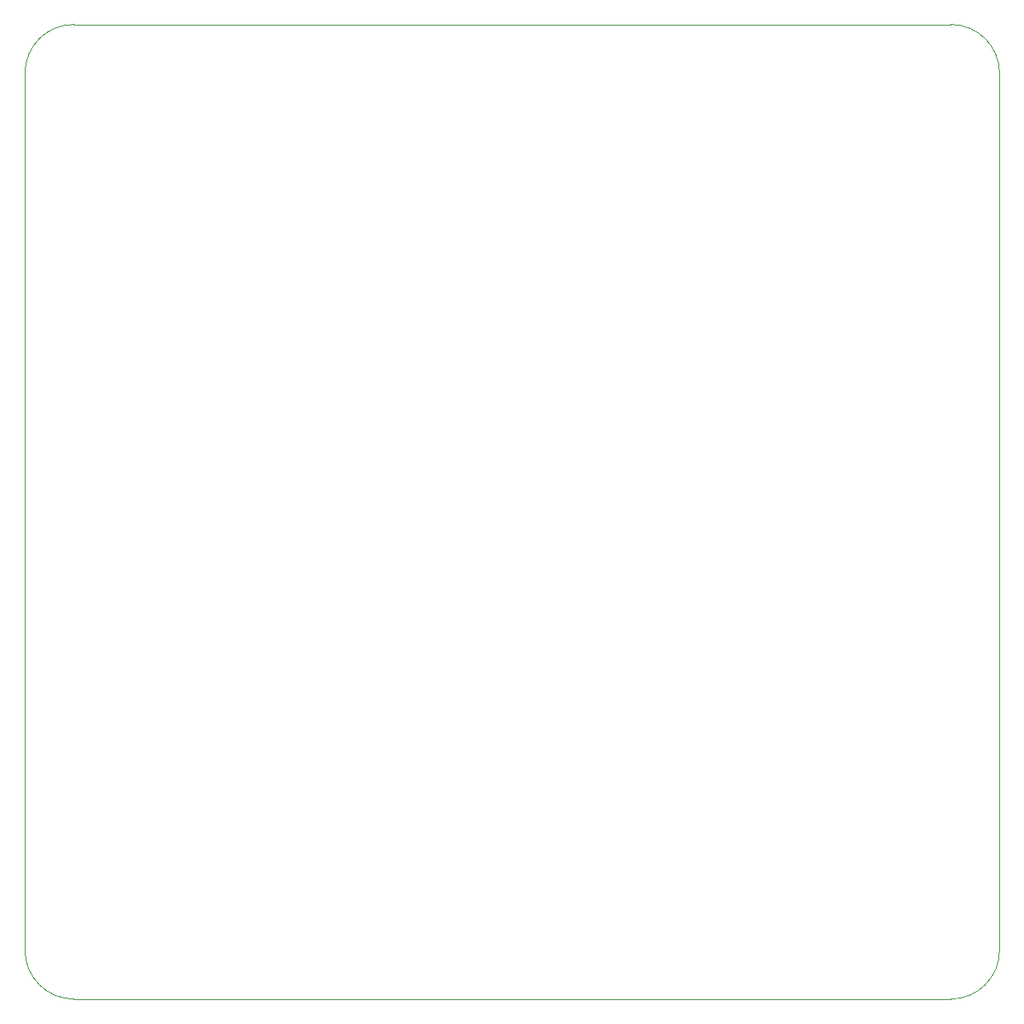
<source format=gbr>
G04 #@! TF.GenerationSoftware,KiCad,Pcbnew,6.0.0-rc1-unknown-5edf350~66~ubuntu18.10.1*
G04 #@! TF.CreationDate,2019-02-07T09:44:38-05:00
G04 #@! TF.ProjectId,UPS,5550532e-6b69-4636-9164-5f7063625858,rev?*
G04 #@! TF.SameCoordinates,Original*
G04 #@! TF.FileFunction,Profile,NP*
%FSLAX46Y46*%
G04 Gerber Fmt 4.6, Leading zero omitted, Abs format (unit mm)*
G04 Created by KiCad (PCBNEW 6.0.0-rc1-unknown-5edf350~66~ubuntu18.10.1) date 2019-02-07 09:44:38*
%MOMM*%
%LPD*%
G04 APERTURE LIST*
%ADD10C,0.120000*%
G04 APERTURE END LIST*
D10*
X100000000Y-95000000D02*
G75*
G02X95000000Y-100000000I-5000000J0D01*
G01*
X5000000Y-100000000D02*
G75*
G02X0Y-95000000I0J5000000D01*
G01*
X0Y-5000000D02*
G75*
G02X5000000Y0I5000000J0D01*
G01*
X95000000Y0D02*
G75*
G02X100000000Y-5000000I0J-5000000D01*
G01*
X100000000Y-5000000D02*
X100000000Y-95000000D01*
X0Y-5000000D02*
X0Y-95000000D01*
X5000000Y-100000000D02*
X95000000Y-100000000D01*
X5000000Y0D02*
X95000000Y0D01*
M02*

</source>
